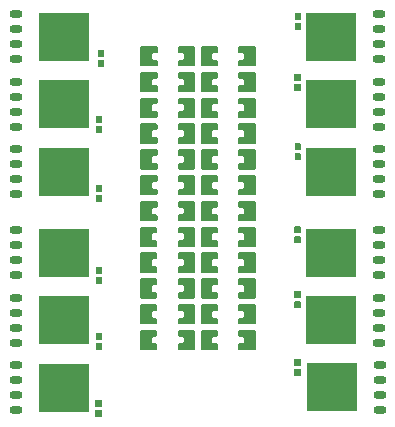
<source format=gtp>
G04 Layer: TopPasteMaskLayer*
G04 EasyEDA v6.5.22, 2023-04-03 14:03:43*
G04 87db6ba2ad084763a29da5206ccfc978,3cec5f453c3247449836eb28e2eac2c3,10*
G04 Gerber Generator version 0.2*
G04 Scale: 100 percent, Rotated: No, Reflected: No *
G04 Dimensions in inches *
G04 leading zeros omitted , absolute positions ,3 integer and 6 decimal *
%FSLAX36Y36*%
%MOIN*%

%AMMACRO1*4,1,4,-0.0817,-0.081,-0.0817,0.081,0.0817,0.081,0.0817,-0.081,-0.0817,-0.081,0*%
%AMMACRO2*4,1,4,0.0817,0.081,0.0817,-0.081,-0.0817,-0.081,-0.0817,0.081,0.0817,0.081,0*%
%ADD10O,0.043307000000000005X0.026772*%
%ADD11MACRO1*%
%ADD12MACRO2*%

%LPD*%
G36*
X1073940Y1141180D02*
G01*
X1072380Y1139600D01*
X1072380Y1119900D01*
X1073940Y1118320D01*
X1092060Y1118320D01*
X1093640Y1119900D01*
X1093640Y1139600D01*
X1092060Y1141180D01*
G37*
G36*
X1073940Y1107680D02*
G01*
X1072380Y1106100D01*
X1072380Y1086400D01*
X1073940Y1084820D01*
X1092060Y1084820D01*
X1093640Y1086400D01*
X1093640Y1106100D01*
X1092060Y1107680D01*
G37*
G36*
X1072940Y1372180D02*
G01*
X1071360Y1370600D01*
X1071360Y1350880D01*
X1072940Y1349319D01*
X1091060Y1349319D01*
X1092620Y1350880D01*
X1092620Y1370600D01*
X1091060Y1372180D01*
G37*
G36*
X1072940Y1338680D02*
G01*
X1071360Y1337100D01*
X1071360Y1317400D01*
X1072940Y1315820D01*
X1091060Y1315820D01*
X1092620Y1317400D01*
X1092620Y1337100D01*
X1091060Y1338680D01*
G37*
G36*
X1074440Y1574680D02*
G01*
X1072880Y1573100D01*
X1072880Y1553380D01*
X1074440Y1551819D01*
X1092560Y1551819D01*
X1094120Y1553380D01*
X1094120Y1573100D01*
X1092560Y1574680D01*
G37*
G36*
X1074440Y1541180D02*
G01*
X1072880Y1539600D01*
X1072880Y1519900D01*
X1074440Y1518320D01*
X1092560Y1518320D01*
X1094120Y1519900D01*
X1094120Y1539600D01*
X1092560Y1541180D01*
G37*
G36*
X1072940Y422180D02*
G01*
X1071360Y420600D01*
X1071360Y400880D01*
X1072940Y399320D01*
X1091060Y399320D01*
X1092620Y400880D01*
X1092620Y420600D01*
X1091060Y422180D01*
G37*
G36*
X1072940Y388680D02*
G01*
X1071360Y387100D01*
X1071360Y367400D01*
X1072940Y365820D01*
X1091060Y365820D01*
X1092620Y367400D01*
X1092620Y387100D01*
X1091060Y388680D01*
G37*
G36*
X1072940Y648180D02*
G01*
X1071360Y646600D01*
X1071360Y626880D01*
X1072940Y625320D01*
X1091060Y625320D01*
X1092620Y626880D01*
X1092620Y646600D01*
X1091060Y648180D01*
G37*
G36*
X1072940Y614680D02*
G01*
X1071360Y613120D01*
X1071360Y593400D01*
X1072940Y591820D01*
X1091060Y591820D01*
X1092620Y593400D01*
X1092620Y613120D01*
X1091060Y614680D01*
G37*
G36*
X1072940Y864180D02*
G01*
X1071360Y862600D01*
X1071360Y842900D01*
X1072940Y841320D01*
X1091060Y841320D01*
X1092620Y842900D01*
X1092620Y862600D01*
X1091060Y864180D01*
G37*
G36*
X1072940Y830680D02*
G01*
X1071360Y829120D01*
X1071360Y809400D01*
X1072940Y807820D01*
X1091060Y807820D01*
X1092620Y809400D01*
X1092620Y829120D01*
X1091060Y830680D01*
G37*
G36*
X410940Y966680D02*
G01*
X409360Y965100D01*
X409360Y945400D01*
X410940Y943820D01*
X429060Y943820D01*
X430640Y945400D01*
X430640Y965100D01*
X429060Y966680D01*
G37*
G36*
X410940Y1000180D02*
G01*
X409360Y998600D01*
X409360Y978900D01*
X410940Y977320D01*
X429060Y977320D01*
X430640Y978900D01*
X430640Y998600D01*
X429060Y1000180D01*
G37*
G36*
X411940Y1197680D02*
G01*
X410360Y1196100D01*
X410360Y1176400D01*
X411940Y1174820D01*
X430060Y1174820D01*
X431640Y1176400D01*
X431640Y1196100D01*
X430060Y1197680D01*
G37*
G36*
X411940Y1231180D02*
G01*
X410360Y1229600D01*
X410360Y1209900D01*
X411940Y1208320D01*
X430060Y1208320D01*
X431640Y1209900D01*
X431640Y1229600D01*
X430060Y1231180D01*
G37*
G36*
X417939Y1418680D02*
G01*
X416380Y1417100D01*
X416380Y1397400D01*
X417939Y1395820D01*
X436060Y1395820D01*
X437620Y1397400D01*
X437620Y1417100D01*
X436060Y1418680D01*
G37*
G36*
X417939Y1452180D02*
G01*
X416380Y1450600D01*
X416380Y1430880D01*
X417939Y1429319D01*
X436060Y1429319D01*
X437620Y1430880D01*
X437620Y1450600D01*
X436060Y1452180D01*
G37*
G36*
X409940Y251680D02*
G01*
X408360Y250100D01*
X408360Y230400D01*
X409940Y228820D01*
X428060Y228820D01*
X429640Y230400D01*
X429640Y250100D01*
X428060Y251680D01*
G37*
G36*
X409940Y285180D02*
G01*
X408360Y283600D01*
X408360Y263900D01*
X409940Y262320D01*
X428060Y262320D01*
X429640Y263900D01*
X429640Y283600D01*
X428060Y285180D01*
G37*
G36*
X411940Y474680D02*
G01*
X410360Y473120D01*
X410360Y453400D01*
X411940Y451820D01*
X430060Y451820D01*
X431640Y453400D01*
X431640Y473120D01*
X430060Y474680D01*
G37*
G36*
X411940Y508180D02*
G01*
X410360Y506599D01*
X410360Y486880D01*
X411940Y485319D01*
X430060Y485319D01*
X431640Y486880D01*
X431640Y506599D01*
X430060Y508180D01*
G37*
G36*
X411940Y693680D02*
G01*
X410360Y692099D01*
X410360Y672400D01*
X411940Y670819D01*
X430060Y670819D01*
X431640Y672400D01*
X431640Y692099D01*
X430060Y693680D01*
G37*
G36*
X411940Y727180D02*
G01*
X410360Y725600D01*
X410360Y705879D01*
X411940Y704320D01*
X430060Y704320D01*
X431640Y705879D01*
X431640Y725600D01*
X430060Y727180D01*
G37*
G36*
X888400Y863020D02*
G01*
X884460Y859080D01*
X884460Y844500D01*
X888400Y840560D01*
X900400Y840560D01*
X904340Y836620D01*
X904340Y821380D01*
X900400Y817440D01*
X888400Y817440D01*
X884460Y813500D01*
X884460Y798920D01*
X888400Y794980D01*
X938980Y794980D01*
X942920Y798920D01*
X942920Y859080D01*
X938980Y863020D01*
G37*
G36*
X763000Y863020D02*
G01*
X759060Y859080D01*
X759060Y798920D01*
X763000Y794980D01*
X813600Y794980D01*
X817540Y798920D01*
X817540Y813500D01*
X813600Y817440D01*
X801580Y817440D01*
X797660Y821380D01*
X797660Y836620D01*
X801580Y840560D01*
X813600Y840560D01*
X817540Y844500D01*
X817540Y859080D01*
X813600Y863020D01*
G37*
G36*
X888400Y777020D02*
G01*
X884460Y773080D01*
X884460Y758500D01*
X888400Y754560D01*
X900400Y754560D01*
X904340Y750620D01*
X904340Y735360D01*
X900400Y731440D01*
X888400Y731440D01*
X884460Y727500D01*
X884460Y712920D01*
X888400Y708980D01*
X938980Y708980D01*
X942920Y712920D01*
X942920Y773080D01*
X938980Y777020D01*
G37*
G36*
X763000Y777020D02*
G01*
X759060Y773080D01*
X759060Y712920D01*
X763000Y708980D01*
X813600Y708980D01*
X817540Y712920D01*
X817540Y727500D01*
X813600Y731440D01*
X801580Y731440D01*
X797660Y735360D01*
X797660Y750620D01*
X801580Y754560D01*
X813600Y754560D01*
X817540Y758500D01*
X817540Y773080D01*
X813600Y777020D01*
G37*
G36*
X561000Y863020D02*
G01*
X557060Y859080D01*
X557060Y798920D01*
X561000Y794980D01*
X611600Y794980D01*
X615540Y798920D01*
X615540Y813500D01*
X611600Y817440D01*
X599580Y817440D01*
X595660Y821380D01*
X595660Y836620D01*
X599580Y840560D01*
X611600Y840560D01*
X615540Y844500D01*
X615540Y859080D01*
X611600Y863020D01*
G37*
G36*
X686400Y863020D02*
G01*
X682460Y859080D01*
X682460Y844500D01*
X686400Y840560D01*
X698400Y840560D01*
X702340Y836620D01*
X702340Y821380D01*
X698400Y817440D01*
X686400Y817440D01*
X682460Y813500D01*
X682460Y798920D01*
X686400Y794980D01*
X736979Y794980D01*
X740920Y798920D01*
X740920Y859080D01*
X736979Y863020D01*
G37*
G36*
X561000Y777020D02*
G01*
X557060Y773080D01*
X557060Y712920D01*
X561000Y708980D01*
X611600Y708980D01*
X615540Y712920D01*
X615540Y727500D01*
X611600Y731440D01*
X599580Y731440D01*
X595660Y735360D01*
X595660Y750620D01*
X599580Y754560D01*
X611600Y754560D01*
X615540Y758500D01*
X615540Y773080D01*
X611600Y777020D01*
G37*
G36*
X686400Y777020D02*
G01*
X682460Y773080D01*
X682460Y758500D01*
X686400Y754560D01*
X698400Y754560D01*
X702340Y750620D01*
X702340Y735360D01*
X698400Y731440D01*
X686400Y731440D01*
X682460Y727500D01*
X682460Y712920D01*
X686400Y708980D01*
X736979Y708980D01*
X740920Y712920D01*
X740920Y773080D01*
X736979Y777020D01*
G37*
G36*
X888400Y691020D02*
G01*
X884460Y687080D01*
X884460Y672500D01*
X888400Y668560D01*
X900400Y668560D01*
X904340Y664620D01*
X904340Y649360D01*
X900400Y645440D01*
X888400Y645440D01*
X884460Y641500D01*
X884460Y626920D01*
X888400Y622980D01*
X938980Y622980D01*
X942920Y626920D01*
X942920Y687080D01*
X938980Y691020D01*
G37*
G36*
X763000Y691020D02*
G01*
X759060Y687080D01*
X759060Y626920D01*
X763000Y622980D01*
X813600Y622980D01*
X817540Y626920D01*
X817540Y641500D01*
X813600Y645440D01*
X801580Y645440D01*
X797660Y649360D01*
X797660Y664620D01*
X801580Y668560D01*
X813600Y668560D01*
X817540Y672500D01*
X817540Y687080D01*
X813600Y691020D01*
G37*
G36*
X888700Y1293020D02*
G01*
X884760Y1289079D01*
X884760Y1274500D01*
X888700Y1270560D01*
X900699Y1270560D01*
X904640Y1266620D01*
X904640Y1251380D01*
X900699Y1247440D01*
X888700Y1247440D01*
X884760Y1243500D01*
X884760Y1228920D01*
X888700Y1224980D01*
X939300Y1224980D01*
X943220Y1228920D01*
X943220Y1289079D01*
X939300Y1293020D01*
G37*
G36*
X763300Y1293020D02*
G01*
X759380Y1289079D01*
X759380Y1228920D01*
X763300Y1224980D01*
X813900Y1224980D01*
X817840Y1228920D01*
X817840Y1243500D01*
X813900Y1247440D01*
X801900Y1247440D01*
X797960Y1251380D01*
X797960Y1266620D01*
X801900Y1270560D01*
X813900Y1270560D01*
X817840Y1274500D01*
X817840Y1289079D01*
X813900Y1293020D01*
G37*
G36*
X888700Y1207020D02*
G01*
X884760Y1203080D01*
X884760Y1188500D01*
X888700Y1184560D01*
X900699Y1184560D01*
X904640Y1180620D01*
X904640Y1165380D01*
X900699Y1161440D01*
X888700Y1161440D01*
X884760Y1157500D01*
X884760Y1142920D01*
X888700Y1138980D01*
X939300Y1138980D01*
X943220Y1142920D01*
X943220Y1203080D01*
X939300Y1207020D01*
G37*
G36*
X763300Y1207020D02*
G01*
X759380Y1203080D01*
X759380Y1142920D01*
X763300Y1138980D01*
X813900Y1138980D01*
X817840Y1142920D01*
X817840Y1157500D01*
X813900Y1161440D01*
X801900Y1161440D01*
X797960Y1165380D01*
X797960Y1180620D01*
X801900Y1184560D01*
X813900Y1184560D01*
X817840Y1188500D01*
X817840Y1203080D01*
X813900Y1207020D01*
G37*
G36*
X888700Y1121020D02*
G01*
X884760Y1117080D01*
X884760Y1102500D01*
X888700Y1098560D01*
X900699Y1098560D01*
X904640Y1094620D01*
X904640Y1079380D01*
X900699Y1075440D01*
X888700Y1075440D01*
X884760Y1071500D01*
X884760Y1056920D01*
X888700Y1052980D01*
X939300Y1052980D01*
X943220Y1056920D01*
X943220Y1117080D01*
X939300Y1121020D01*
G37*
G36*
X763300Y1121020D02*
G01*
X759380Y1117080D01*
X759380Y1056920D01*
X763300Y1052980D01*
X813900Y1052980D01*
X817840Y1056920D01*
X817840Y1071500D01*
X813900Y1075440D01*
X801900Y1075440D01*
X797960Y1079380D01*
X797960Y1094620D01*
X801900Y1098560D01*
X813900Y1098560D01*
X817840Y1102500D01*
X817840Y1117080D01*
X813900Y1121020D01*
G37*
G36*
X888400Y605020D02*
G01*
X884460Y601080D01*
X884460Y586500D01*
X888400Y582560D01*
X900400Y582560D01*
X904340Y578620D01*
X904340Y563360D01*
X900400Y559440D01*
X888400Y559440D01*
X884460Y555500D01*
X884460Y540920D01*
X888400Y536980D01*
X938980Y536980D01*
X942920Y540920D01*
X942920Y601080D01*
X938980Y605020D01*
G37*
G36*
X763000Y605020D02*
G01*
X759060Y601080D01*
X759060Y540920D01*
X763000Y536980D01*
X813600Y536980D01*
X817540Y540920D01*
X817540Y555500D01*
X813600Y559440D01*
X801580Y559440D01*
X797660Y563360D01*
X797660Y578620D01*
X801580Y582560D01*
X813600Y582560D01*
X817540Y586500D01*
X817540Y601080D01*
X813600Y605020D01*
G37*
G36*
X561000Y605020D02*
G01*
X557060Y601080D01*
X557060Y540920D01*
X561000Y536980D01*
X611600Y536980D01*
X615540Y540920D01*
X615540Y555500D01*
X611600Y559440D01*
X599580Y559440D01*
X595660Y563360D01*
X595660Y578620D01*
X599580Y582560D01*
X611600Y582560D01*
X615540Y586500D01*
X615540Y601080D01*
X611600Y605020D01*
G37*
G36*
X686400Y605020D02*
G01*
X682460Y601080D01*
X682460Y586500D01*
X686400Y582560D01*
X698400Y582560D01*
X702340Y578620D01*
X702340Y563360D01*
X698400Y559440D01*
X686400Y559440D01*
X682460Y555500D01*
X682460Y540920D01*
X686400Y536980D01*
X736979Y536980D01*
X740920Y540920D01*
X740920Y601080D01*
X736979Y605020D01*
G37*
G36*
X561300Y1293020D02*
G01*
X557380Y1289079D01*
X557380Y1228920D01*
X561300Y1224980D01*
X611900Y1224980D01*
X615840Y1228920D01*
X615840Y1243500D01*
X611900Y1247440D01*
X599900Y1247440D01*
X595960Y1251380D01*
X595960Y1266620D01*
X599900Y1270560D01*
X611900Y1270560D01*
X615840Y1274500D01*
X615840Y1289079D01*
X611900Y1293020D01*
G37*
G36*
X686700Y1293020D02*
G01*
X682760Y1289079D01*
X682760Y1274500D01*
X686700Y1270560D01*
X698700Y1270560D01*
X702640Y1266620D01*
X702640Y1251380D01*
X698700Y1247440D01*
X686700Y1247440D01*
X682760Y1243500D01*
X682760Y1228920D01*
X686700Y1224980D01*
X737300Y1224980D01*
X741220Y1228920D01*
X741220Y1289079D01*
X737300Y1293020D01*
G37*
G36*
X561300Y1207020D02*
G01*
X557380Y1203080D01*
X557380Y1142920D01*
X561300Y1138980D01*
X611900Y1138980D01*
X615840Y1142920D01*
X615840Y1157500D01*
X611900Y1161440D01*
X599900Y1161440D01*
X595960Y1165380D01*
X595960Y1180620D01*
X599900Y1184560D01*
X611900Y1184560D01*
X615840Y1188500D01*
X615840Y1203080D01*
X611900Y1207020D01*
G37*
G36*
X686700Y1207020D02*
G01*
X682760Y1203080D01*
X682760Y1188500D01*
X686700Y1184560D01*
X698700Y1184560D01*
X702640Y1180620D01*
X702640Y1165380D01*
X698700Y1161440D01*
X686700Y1161440D01*
X682760Y1157500D01*
X682760Y1142920D01*
X686700Y1138980D01*
X737300Y1138980D01*
X741220Y1142920D01*
X741220Y1203080D01*
X737300Y1207020D01*
G37*
G36*
X561300Y1121020D02*
G01*
X557380Y1117080D01*
X557380Y1056920D01*
X561300Y1052980D01*
X611900Y1052980D01*
X615840Y1056920D01*
X615840Y1071500D01*
X611900Y1075440D01*
X599900Y1075440D01*
X595960Y1079380D01*
X595960Y1094620D01*
X599900Y1098560D01*
X611900Y1098560D01*
X615840Y1102500D01*
X615840Y1117080D01*
X611900Y1121020D01*
G37*
G36*
X686700Y1121020D02*
G01*
X682760Y1117080D01*
X682760Y1102500D01*
X686700Y1098560D01*
X698700Y1098560D01*
X702640Y1094620D01*
X702640Y1079380D01*
X698700Y1075440D01*
X686700Y1075440D01*
X682760Y1071500D01*
X682760Y1056920D01*
X686700Y1052980D01*
X737300Y1052980D01*
X741220Y1056920D01*
X741220Y1117080D01*
X737300Y1121020D01*
G37*
G36*
X561300Y1035020D02*
G01*
X557380Y1031080D01*
X557380Y970920D01*
X561300Y966979D01*
X611900Y966979D01*
X615840Y970920D01*
X615840Y985500D01*
X611900Y989440D01*
X599900Y989440D01*
X595960Y993379D01*
X595960Y1008620D01*
X599900Y1012560D01*
X611900Y1012560D01*
X615840Y1016500D01*
X615840Y1031080D01*
X611900Y1035020D01*
G37*
G36*
X686700Y1035020D02*
G01*
X682760Y1031080D01*
X682760Y1016500D01*
X686700Y1012560D01*
X698700Y1012560D01*
X702640Y1008620D01*
X702640Y993379D01*
X698700Y989440D01*
X686700Y989440D01*
X682760Y985500D01*
X682760Y970920D01*
X686700Y966979D01*
X737300Y966979D01*
X741220Y970920D01*
X741220Y1031080D01*
X737300Y1035020D01*
G37*
G36*
X888400Y519020D02*
G01*
X884460Y515080D01*
X884460Y500500D01*
X888400Y496560D01*
X900400Y496560D01*
X904340Y492620D01*
X904340Y477380D01*
X900400Y473440D01*
X888400Y473440D01*
X884460Y469500D01*
X884460Y454920D01*
X888400Y450980D01*
X938980Y450980D01*
X942920Y454920D01*
X942920Y515080D01*
X938980Y519020D01*
G37*
G36*
X763000Y519020D02*
G01*
X759060Y515080D01*
X759060Y454920D01*
X763000Y450980D01*
X813600Y450980D01*
X817540Y454920D01*
X817540Y469500D01*
X813600Y473440D01*
X801580Y473440D01*
X797660Y477380D01*
X797660Y492620D01*
X801580Y496560D01*
X813600Y496560D01*
X817540Y500500D01*
X817540Y515080D01*
X813600Y519020D01*
G37*
G36*
X888700Y949020D02*
G01*
X884760Y945080D01*
X884760Y930500D01*
X888700Y926560D01*
X900699Y926560D01*
X904640Y922620D01*
X904640Y907380D01*
X900699Y903439D01*
X888700Y903439D01*
X884760Y899500D01*
X884760Y884920D01*
X888700Y880980D01*
X939300Y880980D01*
X943220Y884920D01*
X943220Y945080D01*
X939300Y949020D01*
G37*
G36*
X763300Y949020D02*
G01*
X759380Y945080D01*
X759380Y884920D01*
X763300Y880980D01*
X813900Y880980D01*
X817840Y884920D01*
X817840Y899500D01*
X813900Y903439D01*
X801900Y903439D01*
X797960Y907380D01*
X797960Y922620D01*
X801900Y926560D01*
X813900Y926560D01*
X817840Y930500D01*
X817840Y945080D01*
X813900Y949020D01*
G37*
G36*
X561300Y949020D02*
G01*
X557380Y945080D01*
X557380Y884920D01*
X561300Y880980D01*
X611900Y880980D01*
X615840Y884920D01*
X615840Y899500D01*
X611900Y903439D01*
X599900Y903439D01*
X595960Y907380D01*
X595960Y922620D01*
X599900Y926560D01*
X611900Y926560D01*
X615840Y930500D01*
X615840Y945080D01*
X611900Y949020D01*
G37*
G36*
X686700Y949020D02*
G01*
X682760Y945080D01*
X682760Y930500D01*
X686700Y926560D01*
X698700Y926560D01*
X702640Y922620D01*
X702640Y907380D01*
X698700Y903439D01*
X686700Y903439D01*
X682760Y899500D01*
X682760Y884920D01*
X686700Y880980D01*
X737300Y880980D01*
X741220Y884920D01*
X741220Y945080D01*
X737300Y949020D01*
G37*
G36*
X561700Y1379019D02*
G01*
X557780Y1375080D01*
X557780Y1314920D01*
X561700Y1310980D01*
X612300Y1310980D01*
X616240Y1314920D01*
X616240Y1329500D01*
X612300Y1333440D01*
X600300Y1333440D01*
X596360Y1337380D01*
X596360Y1352620D01*
X600300Y1356560D01*
X612300Y1356560D01*
X616240Y1360500D01*
X616240Y1375080D01*
X612300Y1379019D01*
G37*
G36*
X687099Y1379019D02*
G01*
X683160Y1375080D01*
X683160Y1360500D01*
X687099Y1356560D01*
X699100Y1356560D01*
X703040Y1352620D01*
X703040Y1337380D01*
X699100Y1333440D01*
X687099Y1333440D01*
X683160Y1329500D01*
X683160Y1314920D01*
X687099Y1310980D01*
X737700Y1310980D01*
X741620Y1314920D01*
X741620Y1375080D01*
X737700Y1379019D01*
G37*
G36*
X561700Y1465020D02*
G01*
X557780Y1461080D01*
X557780Y1400920D01*
X561700Y1396980D01*
X612300Y1396980D01*
X616240Y1400920D01*
X616240Y1415500D01*
X612300Y1419440D01*
X600300Y1419440D01*
X596360Y1423380D01*
X596360Y1438620D01*
X600300Y1442560D01*
X612300Y1442560D01*
X616240Y1446500D01*
X616240Y1461080D01*
X612300Y1465020D01*
G37*
G36*
X687099Y1465020D02*
G01*
X683160Y1461080D01*
X683160Y1446500D01*
X687099Y1442560D01*
X699100Y1442560D01*
X703040Y1438620D01*
X703040Y1423380D01*
X699100Y1419440D01*
X687099Y1419440D01*
X683160Y1415500D01*
X683160Y1400920D01*
X687099Y1396980D01*
X737700Y1396980D01*
X741620Y1400920D01*
X741620Y1461080D01*
X737700Y1465020D01*
G37*
G36*
X888700Y1465020D02*
G01*
X884760Y1461080D01*
X884760Y1446500D01*
X888700Y1442560D01*
X900699Y1442560D01*
X904640Y1438620D01*
X904640Y1423380D01*
X900699Y1419440D01*
X888700Y1419440D01*
X884760Y1415500D01*
X884760Y1400920D01*
X888700Y1396980D01*
X939300Y1396980D01*
X943220Y1400920D01*
X943220Y1461080D01*
X939300Y1465020D01*
G37*
G36*
X763300Y1465020D02*
G01*
X759380Y1461080D01*
X759380Y1400920D01*
X763300Y1396980D01*
X813900Y1396980D01*
X817840Y1400920D01*
X817840Y1415500D01*
X813900Y1419440D01*
X801900Y1419440D01*
X797960Y1423380D01*
X797960Y1438620D01*
X801900Y1442560D01*
X813900Y1442560D01*
X817840Y1446500D01*
X817840Y1461080D01*
X813900Y1465020D01*
G37*
G36*
X763300Y1379019D02*
G01*
X759380Y1375080D01*
X759380Y1314920D01*
X763300Y1310980D01*
X813900Y1310980D01*
X817840Y1314920D01*
X817840Y1329500D01*
X813900Y1333440D01*
X801900Y1333440D01*
X797960Y1337380D01*
X797960Y1352620D01*
X801900Y1356560D01*
X813900Y1356560D01*
X817840Y1360500D01*
X817840Y1375080D01*
X813900Y1379019D01*
G37*
G36*
X888700Y1379019D02*
G01*
X884760Y1375080D01*
X884760Y1360500D01*
X888700Y1356560D01*
X900699Y1356560D01*
X904640Y1352620D01*
X904640Y1337380D01*
X900699Y1333440D01*
X888700Y1333440D01*
X884760Y1329500D01*
X884760Y1314920D01*
X888700Y1310980D01*
X939300Y1310980D01*
X943220Y1314920D01*
X943220Y1375080D01*
X939300Y1379019D01*
G37*
G36*
X686400Y691020D02*
G01*
X682460Y687080D01*
X682460Y672500D01*
X686400Y668560D01*
X698400Y668560D01*
X702340Y664620D01*
X702340Y649360D01*
X698400Y645440D01*
X686400Y645440D01*
X682460Y641500D01*
X682460Y626920D01*
X686400Y622980D01*
X736979Y622980D01*
X740920Y626920D01*
X740920Y687080D01*
X736979Y691020D01*
G37*
G36*
X561000Y691020D02*
G01*
X557060Y687080D01*
X557060Y626920D01*
X561000Y622980D01*
X611600Y622980D01*
X615540Y626920D01*
X615540Y641500D01*
X611600Y645440D01*
X599580Y645440D01*
X595660Y649360D01*
X595660Y664620D01*
X599580Y668560D01*
X611600Y668560D01*
X615540Y672500D01*
X615540Y687080D01*
X611600Y691020D01*
G37*
G36*
X686400Y519020D02*
G01*
X682460Y515080D01*
X682460Y500500D01*
X686400Y496560D01*
X698400Y496560D01*
X702340Y492620D01*
X702340Y477380D01*
X698400Y473440D01*
X686400Y473440D01*
X682460Y469500D01*
X682460Y454920D01*
X686400Y450980D01*
X736979Y450980D01*
X740920Y454920D01*
X740920Y515080D01*
X736979Y519020D01*
G37*
G36*
X561000Y519020D02*
G01*
X557060Y515080D01*
X557060Y454920D01*
X561000Y450980D01*
X611600Y450980D01*
X615540Y454920D01*
X615540Y469500D01*
X611600Y473440D01*
X599580Y473440D01*
X595660Y477380D01*
X595660Y492620D01*
X599580Y496560D01*
X611600Y496560D01*
X615540Y500500D01*
X615540Y515080D01*
X611600Y519020D01*
G37*
G36*
X763300Y1035020D02*
G01*
X759380Y1031080D01*
X759380Y970920D01*
X763300Y966979D01*
X813900Y966979D01*
X817840Y970920D01*
X817840Y985500D01*
X813900Y989440D01*
X801900Y989440D01*
X797960Y993379D01*
X797960Y1008620D01*
X801900Y1012560D01*
X813900Y1012560D01*
X817840Y1016500D01*
X817840Y1031080D01*
X813900Y1035020D01*
G37*
G36*
X888700Y1035020D02*
G01*
X884760Y1031080D01*
X884760Y1016500D01*
X888700Y1012560D01*
X900699Y1012560D01*
X904640Y1008620D01*
X904640Y993379D01*
X900699Y989440D01*
X888700Y989440D01*
X884760Y985500D01*
X884760Y970920D01*
X888700Y966979D01*
X939300Y966979D01*
X943220Y970920D01*
X943220Y1031080D01*
X939300Y1035020D01*
G37*
D10*
G01*
X1355349Y970000D03*
G01*
X1355349Y1020000D03*
G01*
X1355349Y1070000D03*
G01*
X1355349Y1120000D03*
D11*
G01*
X1195344Y1045008D03*
D10*
G01*
X1355349Y1195000D03*
G01*
X1355349Y1245000D03*
G01*
X1355349Y1295000D03*
G01*
X1355349Y1345000D03*
D11*
G01*
X1195344Y1270008D03*
D10*
G01*
X1355349Y1420000D03*
G01*
X1355349Y1470000D03*
G01*
X1355349Y1520000D03*
G01*
X1355349Y1570000D03*
D11*
G01*
X1195344Y1495008D03*
D10*
G01*
X1355850Y253000D03*
G01*
X1355850Y303000D03*
G01*
X1355850Y353000D03*
G01*
X1355850Y403000D03*
D11*
G01*
X1195844Y328007D03*
D10*
G01*
X1355349Y475000D03*
G01*
X1355349Y525000D03*
G01*
X1355349Y575000D03*
G01*
X1355349Y625000D03*
D11*
G01*
X1195344Y550008D03*
D10*
G01*
X1355349Y700000D03*
G01*
X1355349Y750000D03*
G01*
X1355349Y800000D03*
G01*
X1355349Y850000D03*
D11*
G01*
X1195344Y775008D03*
D10*
G01*
X143649Y1120000D03*
G01*
X143649Y1070000D03*
G01*
X143649Y1020000D03*
G01*
X143649Y970000D03*
D12*
G01*
X303655Y1044991D03*
D10*
G01*
X143649Y1345000D03*
G01*
X143649Y1295000D03*
G01*
X143649Y1245000D03*
G01*
X143649Y1195000D03*
D12*
G01*
X303655Y1269991D03*
D10*
G01*
X143649Y1570000D03*
G01*
X143649Y1520000D03*
G01*
X143649Y1470000D03*
G01*
X143649Y1420000D03*
D12*
G01*
X303655Y1494991D03*
D10*
G01*
X143649Y400999D03*
G01*
X143649Y350999D03*
G01*
X143649Y300999D03*
G01*
X143649Y250999D03*
D12*
G01*
X303655Y325992D03*
D10*
G01*
X143649Y625999D03*
G01*
X143649Y575999D03*
G01*
X143649Y525999D03*
G01*
X143649Y475999D03*
D12*
G01*
X303655Y550992D03*
D10*
G01*
X143649Y850999D03*
G01*
X143649Y800999D03*
G01*
X143649Y750999D03*
G01*
X143649Y700999D03*
D12*
G01*
X303655Y775992D03*
M02*

</source>
